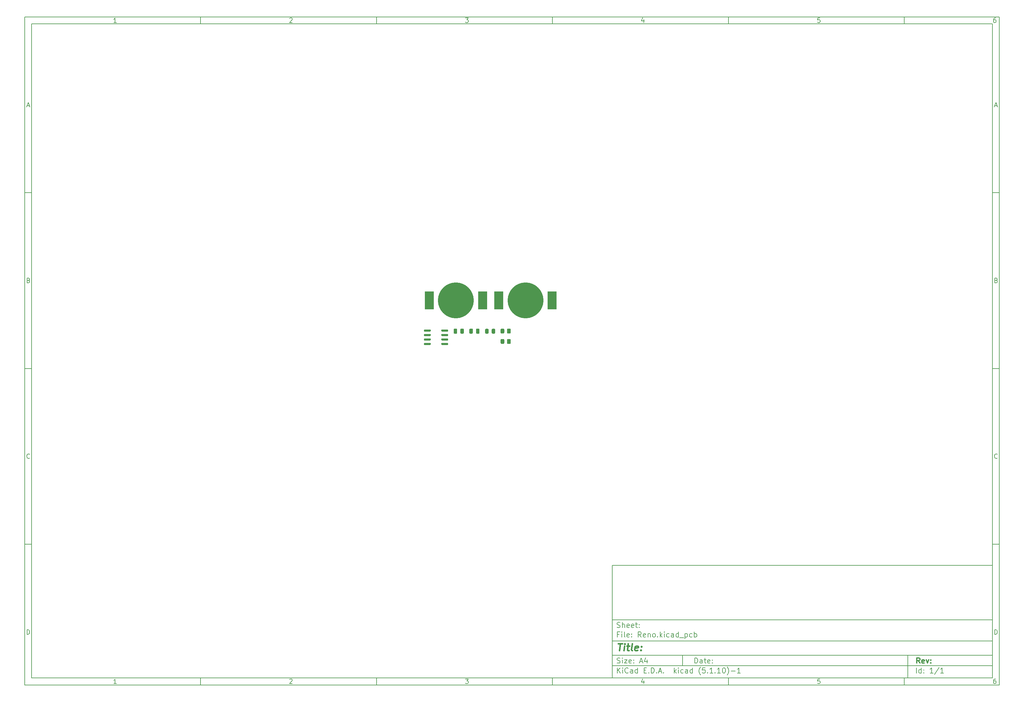
<source format=gbr>
%TF.GenerationSoftware,KiCad,Pcbnew,(5.1.10)-1*%
%TF.CreationDate,2021-09-25T22:05:34-07:00*%
%TF.ProjectId,Reno,52656e6f-2e6b-4696-9361-645f70636258,rev?*%
%TF.SameCoordinates,Original*%
%TF.FileFunction,Soldermask,Top*%
%TF.FilePolarity,Negative*%
%FSLAX46Y46*%
G04 Gerber Fmt 4.6, Leading zero omitted, Abs format (unit mm)*
G04 Created by KiCad (PCBNEW (5.1.10)-1) date 2021-09-25 22:05:34*
%MOMM*%
%LPD*%
G01*
G04 APERTURE LIST*
%ADD10C,0.100000*%
%ADD11C,0.150000*%
%ADD12C,0.300000*%
%ADD13C,0.400000*%
%ADD14C,10.200000*%
%ADD15R,2.500000X5.100000*%
G04 APERTURE END LIST*
D10*
D11*
X177002200Y-166007200D02*
X177002200Y-198007200D01*
X285002200Y-198007200D01*
X285002200Y-166007200D01*
X177002200Y-166007200D01*
D10*
D11*
X10000000Y-10000000D02*
X10000000Y-200007200D01*
X287002200Y-200007200D01*
X287002200Y-10000000D01*
X10000000Y-10000000D01*
D10*
D11*
X12000000Y-12000000D02*
X12000000Y-198007200D01*
X285002200Y-198007200D01*
X285002200Y-12000000D01*
X12000000Y-12000000D01*
D10*
D11*
X60000000Y-12000000D02*
X60000000Y-10000000D01*
D10*
D11*
X110000000Y-12000000D02*
X110000000Y-10000000D01*
D10*
D11*
X160000000Y-12000000D02*
X160000000Y-10000000D01*
D10*
D11*
X210000000Y-12000000D02*
X210000000Y-10000000D01*
D10*
D11*
X260000000Y-12000000D02*
X260000000Y-10000000D01*
D10*
D11*
X36065476Y-11588095D02*
X35322619Y-11588095D01*
X35694047Y-11588095D02*
X35694047Y-10288095D01*
X35570238Y-10473809D01*
X35446428Y-10597619D01*
X35322619Y-10659523D01*
D10*
D11*
X85322619Y-10411904D02*
X85384523Y-10350000D01*
X85508333Y-10288095D01*
X85817857Y-10288095D01*
X85941666Y-10350000D01*
X86003571Y-10411904D01*
X86065476Y-10535714D01*
X86065476Y-10659523D01*
X86003571Y-10845238D01*
X85260714Y-11588095D01*
X86065476Y-11588095D01*
D10*
D11*
X135260714Y-10288095D02*
X136065476Y-10288095D01*
X135632142Y-10783333D01*
X135817857Y-10783333D01*
X135941666Y-10845238D01*
X136003571Y-10907142D01*
X136065476Y-11030952D01*
X136065476Y-11340476D01*
X136003571Y-11464285D01*
X135941666Y-11526190D01*
X135817857Y-11588095D01*
X135446428Y-11588095D01*
X135322619Y-11526190D01*
X135260714Y-11464285D01*
D10*
D11*
X185941666Y-10721428D02*
X185941666Y-11588095D01*
X185632142Y-10226190D02*
X185322619Y-11154761D01*
X186127380Y-11154761D01*
D10*
D11*
X236003571Y-10288095D02*
X235384523Y-10288095D01*
X235322619Y-10907142D01*
X235384523Y-10845238D01*
X235508333Y-10783333D01*
X235817857Y-10783333D01*
X235941666Y-10845238D01*
X236003571Y-10907142D01*
X236065476Y-11030952D01*
X236065476Y-11340476D01*
X236003571Y-11464285D01*
X235941666Y-11526190D01*
X235817857Y-11588095D01*
X235508333Y-11588095D01*
X235384523Y-11526190D01*
X235322619Y-11464285D01*
D10*
D11*
X285941666Y-10288095D02*
X285694047Y-10288095D01*
X285570238Y-10350000D01*
X285508333Y-10411904D01*
X285384523Y-10597619D01*
X285322619Y-10845238D01*
X285322619Y-11340476D01*
X285384523Y-11464285D01*
X285446428Y-11526190D01*
X285570238Y-11588095D01*
X285817857Y-11588095D01*
X285941666Y-11526190D01*
X286003571Y-11464285D01*
X286065476Y-11340476D01*
X286065476Y-11030952D01*
X286003571Y-10907142D01*
X285941666Y-10845238D01*
X285817857Y-10783333D01*
X285570238Y-10783333D01*
X285446428Y-10845238D01*
X285384523Y-10907142D01*
X285322619Y-11030952D01*
D10*
D11*
X60000000Y-198007200D02*
X60000000Y-200007200D01*
D10*
D11*
X110000000Y-198007200D02*
X110000000Y-200007200D01*
D10*
D11*
X160000000Y-198007200D02*
X160000000Y-200007200D01*
D10*
D11*
X210000000Y-198007200D02*
X210000000Y-200007200D01*
D10*
D11*
X260000000Y-198007200D02*
X260000000Y-200007200D01*
D10*
D11*
X36065476Y-199595295D02*
X35322619Y-199595295D01*
X35694047Y-199595295D02*
X35694047Y-198295295D01*
X35570238Y-198481009D01*
X35446428Y-198604819D01*
X35322619Y-198666723D01*
D10*
D11*
X85322619Y-198419104D02*
X85384523Y-198357200D01*
X85508333Y-198295295D01*
X85817857Y-198295295D01*
X85941666Y-198357200D01*
X86003571Y-198419104D01*
X86065476Y-198542914D01*
X86065476Y-198666723D01*
X86003571Y-198852438D01*
X85260714Y-199595295D01*
X86065476Y-199595295D01*
D10*
D11*
X135260714Y-198295295D02*
X136065476Y-198295295D01*
X135632142Y-198790533D01*
X135817857Y-198790533D01*
X135941666Y-198852438D01*
X136003571Y-198914342D01*
X136065476Y-199038152D01*
X136065476Y-199347676D01*
X136003571Y-199471485D01*
X135941666Y-199533390D01*
X135817857Y-199595295D01*
X135446428Y-199595295D01*
X135322619Y-199533390D01*
X135260714Y-199471485D01*
D10*
D11*
X185941666Y-198728628D02*
X185941666Y-199595295D01*
X185632142Y-198233390D02*
X185322619Y-199161961D01*
X186127380Y-199161961D01*
D10*
D11*
X236003571Y-198295295D02*
X235384523Y-198295295D01*
X235322619Y-198914342D01*
X235384523Y-198852438D01*
X235508333Y-198790533D01*
X235817857Y-198790533D01*
X235941666Y-198852438D01*
X236003571Y-198914342D01*
X236065476Y-199038152D01*
X236065476Y-199347676D01*
X236003571Y-199471485D01*
X235941666Y-199533390D01*
X235817857Y-199595295D01*
X235508333Y-199595295D01*
X235384523Y-199533390D01*
X235322619Y-199471485D01*
D10*
D11*
X285941666Y-198295295D02*
X285694047Y-198295295D01*
X285570238Y-198357200D01*
X285508333Y-198419104D01*
X285384523Y-198604819D01*
X285322619Y-198852438D01*
X285322619Y-199347676D01*
X285384523Y-199471485D01*
X285446428Y-199533390D01*
X285570238Y-199595295D01*
X285817857Y-199595295D01*
X285941666Y-199533390D01*
X286003571Y-199471485D01*
X286065476Y-199347676D01*
X286065476Y-199038152D01*
X286003571Y-198914342D01*
X285941666Y-198852438D01*
X285817857Y-198790533D01*
X285570238Y-198790533D01*
X285446428Y-198852438D01*
X285384523Y-198914342D01*
X285322619Y-199038152D01*
D10*
D11*
X10000000Y-60000000D02*
X12000000Y-60000000D01*
D10*
D11*
X10000000Y-110000000D02*
X12000000Y-110000000D01*
D10*
D11*
X10000000Y-160000000D02*
X12000000Y-160000000D01*
D10*
D11*
X10690476Y-35216666D02*
X11309523Y-35216666D01*
X10566666Y-35588095D02*
X11000000Y-34288095D01*
X11433333Y-35588095D01*
D10*
D11*
X11092857Y-84907142D02*
X11278571Y-84969047D01*
X11340476Y-85030952D01*
X11402380Y-85154761D01*
X11402380Y-85340476D01*
X11340476Y-85464285D01*
X11278571Y-85526190D01*
X11154761Y-85588095D01*
X10659523Y-85588095D01*
X10659523Y-84288095D01*
X11092857Y-84288095D01*
X11216666Y-84350000D01*
X11278571Y-84411904D01*
X11340476Y-84535714D01*
X11340476Y-84659523D01*
X11278571Y-84783333D01*
X11216666Y-84845238D01*
X11092857Y-84907142D01*
X10659523Y-84907142D01*
D10*
D11*
X11402380Y-135464285D02*
X11340476Y-135526190D01*
X11154761Y-135588095D01*
X11030952Y-135588095D01*
X10845238Y-135526190D01*
X10721428Y-135402380D01*
X10659523Y-135278571D01*
X10597619Y-135030952D01*
X10597619Y-134845238D01*
X10659523Y-134597619D01*
X10721428Y-134473809D01*
X10845238Y-134350000D01*
X11030952Y-134288095D01*
X11154761Y-134288095D01*
X11340476Y-134350000D01*
X11402380Y-134411904D01*
D10*
D11*
X10659523Y-185588095D02*
X10659523Y-184288095D01*
X10969047Y-184288095D01*
X11154761Y-184350000D01*
X11278571Y-184473809D01*
X11340476Y-184597619D01*
X11402380Y-184845238D01*
X11402380Y-185030952D01*
X11340476Y-185278571D01*
X11278571Y-185402380D01*
X11154761Y-185526190D01*
X10969047Y-185588095D01*
X10659523Y-185588095D01*
D10*
D11*
X287002200Y-60000000D02*
X285002200Y-60000000D01*
D10*
D11*
X287002200Y-110000000D02*
X285002200Y-110000000D01*
D10*
D11*
X287002200Y-160000000D02*
X285002200Y-160000000D01*
D10*
D11*
X285692676Y-35216666D02*
X286311723Y-35216666D01*
X285568866Y-35588095D02*
X286002200Y-34288095D01*
X286435533Y-35588095D01*
D10*
D11*
X286095057Y-84907142D02*
X286280771Y-84969047D01*
X286342676Y-85030952D01*
X286404580Y-85154761D01*
X286404580Y-85340476D01*
X286342676Y-85464285D01*
X286280771Y-85526190D01*
X286156961Y-85588095D01*
X285661723Y-85588095D01*
X285661723Y-84288095D01*
X286095057Y-84288095D01*
X286218866Y-84350000D01*
X286280771Y-84411904D01*
X286342676Y-84535714D01*
X286342676Y-84659523D01*
X286280771Y-84783333D01*
X286218866Y-84845238D01*
X286095057Y-84907142D01*
X285661723Y-84907142D01*
D10*
D11*
X286404580Y-135464285D02*
X286342676Y-135526190D01*
X286156961Y-135588095D01*
X286033152Y-135588095D01*
X285847438Y-135526190D01*
X285723628Y-135402380D01*
X285661723Y-135278571D01*
X285599819Y-135030952D01*
X285599819Y-134845238D01*
X285661723Y-134597619D01*
X285723628Y-134473809D01*
X285847438Y-134350000D01*
X286033152Y-134288095D01*
X286156961Y-134288095D01*
X286342676Y-134350000D01*
X286404580Y-134411904D01*
D10*
D11*
X285661723Y-185588095D02*
X285661723Y-184288095D01*
X285971247Y-184288095D01*
X286156961Y-184350000D01*
X286280771Y-184473809D01*
X286342676Y-184597619D01*
X286404580Y-184845238D01*
X286404580Y-185030952D01*
X286342676Y-185278571D01*
X286280771Y-185402380D01*
X286156961Y-185526190D01*
X285971247Y-185588095D01*
X285661723Y-185588095D01*
D10*
D11*
X200434342Y-193785771D02*
X200434342Y-192285771D01*
X200791485Y-192285771D01*
X201005771Y-192357200D01*
X201148628Y-192500057D01*
X201220057Y-192642914D01*
X201291485Y-192928628D01*
X201291485Y-193142914D01*
X201220057Y-193428628D01*
X201148628Y-193571485D01*
X201005771Y-193714342D01*
X200791485Y-193785771D01*
X200434342Y-193785771D01*
X202577200Y-193785771D02*
X202577200Y-193000057D01*
X202505771Y-192857200D01*
X202362914Y-192785771D01*
X202077200Y-192785771D01*
X201934342Y-192857200D01*
X202577200Y-193714342D02*
X202434342Y-193785771D01*
X202077200Y-193785771D01*
X201934342Y-193714342D01*
X201862914Y-193571485D01*
X201862914Y-193428628D01*
X201934342Y-193285771D01*
X202077200Y-193214342D01*
X202434342Y-193214342D01*
X202577200Y-193142914D01*
X203077200Y-192785771D02*
X203648628Y-192785771D01*
X203291485Y-192285771D02*
X203291485Y-193571485D01*
X203362914Y-193714342D01*
X203505771Y-193785771D01*
X203648628Y-193785771D01*
X204720057Y-193714342D02*
X204577200Y-193785771D01*
X204291485Y-193785771D01*
X204148628Y-193714342D01*
X204077200Y-193571485D01*
X204077200Y-193000057D01*
X204148628Y-192857200D01*
X204291485Y-192785771D01*
X204577200Y-192785771D01*
X204720057Y-192857200D01*
X204791485Y-193000057D01*
X204791485Y-193142914D01*
X204077200Y-193285771D01*
X205434342Y-193642914D02*
X205505771Y-193714342D01*
X205434342Y-193785771D01*
X205362914Y-193714342D01*
X205434342Y-193642914D01*
X205434342Y-193785771D01*
X205434342Y-192857200D02*
X205505771Y-192928628D01*
X205434342Y-193000057D01*
X205362914Y-192928628D01*
X205434342Y-192857200D01*
X205434342Y-193000057D01*
D10*
D11*
X177002200Y-194507200D02*
X285002200Y-194507200D01*
D10*
D11*
X178434342Y-196585771D02*
X178434342Y-195085771D01*
X179291485Y-196585771D02*
X178648628Y-195728628D01*
X179291485Y-195085771D02*
X178434342Y-195942914D01*
X179934342Y-196585771D02*
X179934342Y-195585771D01*
X179934342Y-195085771D02*
X179862914Y-195157200D01*
X179934342Y-195228628D01*
X180005771Y-195157200D01*
X179934342Y-195085771D01*
X179934342Y-195228628D01*
X181505771Y-196442914D02*
X181434342Y-196514342D01*
X181220057Y-196585771D01*
X181077200Y-196585771D01*
X180862914Y-196514342D01*
X180720057Y-196371485D01*
X180648628Y-196228628D01*
X180577200Y-195942914D01*
X180577200Y-195728628D01*
X180648628Y-195442914D01*
X180720057Y-195300057D01*
X180862914Y-195157200D01*
X181077200Y-195085771D01*
X181220057Y-195085771D01*
X181434342Y-195157200D01*
X181505771Y-195228628D01*
X182791485Y-196585771D02*
X182791485Y-195800057D01*
X182720057Y-195657200D01*
X182577200Y-195585771D01*
X182291485Y-195585771D01*
X182148628Y-195657200D01*
X182791485Y-196514342D02*
X182648628Y-196585771D01*
X182291485Y-196585771D01*
X182148628Y-196514342D01*
X182077200Y-196371485D01*
X182077200Y-196228628D01*
X182148628Y-196085771D01*
X182291485Y-196014342D01*
X182648628Y-196014342D01*
X182791485Y-195942914D01*
X184148628Y-196585771D02*
X184148628Y-195085771D01*
X184148628Y-196514342D02*
X184005771Y-196585771D01*
X183720057Y-196585771D01*
X183577200Y-196514342D01*
X183505771Y-196442914D01*
X183434342Y-196300057D01*
X183434342Y-195871485D01*
X183505771Y-195728628D01*
X183577200Y-195657200D01*
X183720057Y-195585771D01*
X184005771Y-195585771D01*
X184148628Y-195657200D01*
X186005771Y-195800057D02*
X186505771Y-195800057D01*
X186720057Y-196585771D02*
X186005771Y-196585771D01*
X186005771Y-195085771D01*
X186720057Y-195085771D01*
X187362914Y-196442914D02*
X187434342Y-196514342D01*
X187362914Y-196585771D01*
X187291485Y-196514342D01*
X187362914Y-196442914D01*
X187362914Y-196585771D01*
X188077200Y-196585771D02*
X188077200Y-195085771D01*
X188434342Y-195085771D01*
X188648628Y-195157200D01*
X188791485Y-195300057D01*
X188862914Y-195442914D01*
X188934342Y-195728628D01*
X188934342Y-195942914D01*
X188862914Y-196228628D01*
X188791485Y-196371485D01*
X188648628Y-196514342D01*
X188434342Y-196585771D01*
X188077200Y-196585771D01*
X189577200Y-196442914D02*
X189648628Y-196514342D01*
X189577200Y-196585771D01*
X189505771Y-196514342D01*
X189577200Y-196442914D01*
X189577200Y-196585771D01*
X190220057Y-196157200D02*
X190934342Y-196157200D01*
X190077200Y-196585771D02*
X190577200Y-195085771D01*
X191077200Y-196585771D01*
X191577200Y-196442914D02*
X191648628Y-196514342D01*
X191577200Y-196585771D01*
X191505771Y-196514342D01*
X191577200Y-196442914D01*
X191577200Y-196585771D01*
X194577200Y-196585771D02*
X194577200Y-195085771D01*
X194720057Y-196014342D02*
X195148628Y-196585771D01*
X195148628Y-195585771D02*
X194577200Y-196157200D01*
X195791485Y-196585771D02*
X195791485Y-195585771D01*
X195791485Y-195085771D02*
X195720057Y-195157200D01*
X195791485Y-195228628D01*
X195862914Y-195157200D01*
X195791485Y-195085771D01*
X195791485Y-195228628D01*
X197148628Y-196514342D02*
X197005771Y-196585771D01*
X196720057Y-196585771D01*
X196577200Y-196514342D01*
X196505771Y-196442914D01*
X196434342Y-196300057D01*
X196434342Y-195871485D01*
X196505771Y-195728628D01*
X196577200Y-195657200D01*
X196720057Y-195585771D01*
X197005771Y-195585771D01*
X197148628Y-195657200D01*
X198434342Y-196585771D02*
X198434342Y-195800057D01*
X198362914Y-195657200D01*
X198220057Y-195585771D01*
X197934342Y-195585771D01*
X197791485Y-195657200D01*
X198434342Y-196514342D02*
X198291485Y-196585771D01*
X197934342Y-196585771D01*
X197791485Y-196514342D01*
X197720057Y-196371485D01*
X197720057Y-196228628D01*
X197791485Y-196085771D01*
X197934342Y-196014342D01*
X198291485Y-196014342D01*
X198434342Y-195942914D01*
X199791485Y-196585771D02*
X199791485Y-195085771D01*
X199791485Y-196514342D02*
X199648628Y-196585771D01*
X199362914Y-196585771D01*
X199220057Y-196514342D01*
X199148628Y-196442914D01*
X199077200Y-196300057D01*
X199077200Y-195871485D01*
X199148628Y-195728628D01*
X199220057Y-195657200D01*
X199362914Y-195585771D01*
X199648628Y-195585771D01*
X199791485Y-195657200D01*
X202077200Y-197157200D02*
X202005771Y-197085771D01*
X201862914Y-196871485D01*
X201791485Y-196728628D01*
X201720057Y-196514342D01*
X201648628Y-196157200D01*
X201648628Y-195871485D01*
X201720057Y-195514342D01*
X201791485Y-195300057D01*
X201862914Y-195157200D01*
X202005771Y-194942914D01*
X202077200Y-194871485D01*
X203362914Y-195085771D02*
X202648628Y-195085771D01*
X202577200Y-195800057D01*
X202648628Y-195728628D01*
X202791485Y-195657200D01*
X203148628Y-195657200D01*
X203291485Y-195728628D01*
X203362914Y-195800057D01*
X203434342Y-195942914D01*
X203434342Y-196300057D01*
X203362914Y-196442914D01*
X203291485Y-196514342D01*
X203148628Y-196585771D01*
X202791485Y-196585771D01*
X202648628Y-196514342D01*
X202577200Y-196442914D01*
X204077200Y-196442914D02*
X204148628Y-196514342D01*
X204077200Y-196585771D01*
X204005771Y-196514342D01*
X204077200Y-196442914D01*
X204077200Y-196585771D01*
X205577200Y-196585771D02*
X204720057Y-196585771D01*
X205148628Y-196585771D02*
X205148628Y-195085771D01*
X205005771Y-195300057D01*
X204862914Y-195442914D01*
X204720057Y-195514342D01*
X206220057Y-196442914D02*
X206291485Y-196514342D01*
X206220057Y-196585771D01*
X206148628Y-196514342D01*
X206220057Y-196442914D01*
X206220057Y-196585771D01*
X207720057Y-196585771D02*
X206862914Y-196585771D01*
X207291485Y-196585771D02*
X207291485Y-195085771D01*
X207148628Y-195300057D01*
X207005771Y-195442914D01*
X206862914Y-195514342D01*
X208648628Y-195085771D02*
X208791485Y-195085771D01*
X208934342Y-195157200D01*
X209005771Y-195228628D01*
X209077200Y-195371485D01*
X209148628Y-195657200D01*
X209148628Y-196014342D01*
X209077200Y-196300057D01*
X209005771Y-196442914D01*
X208934342Y-196514342D01*
X208791485Y-196585771D01*
X208648628Y-196585771D01*
X208505771Y-196514342D01*
X208434342Y-196442914D01*
X208362914Y-196300057D01*
X208291485Y-196014342D01*
X208291485Y-195657200D01*
X208362914Y-195371485D01*
X208434342Y-195228628D01*
X208505771Y-195157200D01*
X208648628Y-195085771D01*
X209648628Y-197157200D02*
X209720057Y-197085771D01*
X209862914Y-196871485D01*
X209934342Y-196728628D01*
X210005771Y-196514342D01*
X210077200Y-196157200D01*
X210077200Y-195871485D01*
X210005771Y-195514342D01*
X209934342Y-195300057D01*
X209862914Y-195157200D01*
X209720057Y-194942914D01*
X209648628Y-194871485D01*
X210791485Y-196014342D02*
X211934342Y-196014342D01*
X213434342Y-196585771D02*
X212577200Y-196585771D01*
X213005771Y-196585771D02*
X213005771Y-195085771D01*
X212862914Y-195300057D01*
X212720057Y-195442914D01*
X212577200Y-195514342D01*
D10*
D11*
X177002200Y-191507200D02*
X285002200Y-191507200D01*
D10*
D12*
X264411485Y-193785771D02*
X263911485Y-193071485D01*
X263554342Y-193785771D02*
X263554342Y-192285771D01*
X264125771Y-192285771D01*
X264268628Y-192357200D01*
X264340057Y-192428628D01*
X264411485Y-192571485D01*
X264411485Y-192785771D01*
X264340057Y-192928628D01*
X264268628Y-193000057D01*
X264125771Y-193071485D01*
X263554342Y-193071485D01*
X265625771Y-193714342D02*
X265482914Y-193785771D01*
X265197200Y-193785771D01*
X265054342Y-193714342D01*
X264982914Y-193571485D01*
X264982914Y-193000057D01*
X265054342Y-192857200D01*
X265197200Y-192785771D01*
X265482914Y-192785771D01*
X265625771Y-192857200D01*
X265697200Y-193000057D01*
X265697200Y-193142914D01*
X264982914Y-193285771D01*
X266197200Y-192785771D02*
X266554342Y-193785771D01*
X266911485Y-192785771D01*
X267482914Y-193642914D02*
X267554342Y-193714342D01*
X267482914Y-193785771D01*
X267411485Y-193714342D01*
X267482914Y-193642914D01*
X267482914Y-193785771D01*
X267482914Y-192857200D02*
X267554342Y-192928628D01*
X267482914Y-193000057D01*
X267411485Y-192928628D01*
X267482914Y-192857200D01*
X267482914Y-193000057D01*
D10*
D11*
X178362914Y-193714342D02*
X178577200Y-193785771D01*
X178934342Y-193785771D01*
X179077200Y-193714342D01*
X179148628Y-193642914D01*
X179220057Y-193500057D01*
X179220057Y-193357200D01*
X179148628Y-193214342D01*
X179077200Y-193142914D01*
X178934342Y-193071485D01*
X178648628Y-193000057D01*
X178505771Y-192928628D01*
X178434342Y-192857200D01*
X178362914Y-192714342D01*
X178362914Y-192571485D01*
X178434342Y-192428628D01*
X178505771Y-192357200D01*
X178648628Y-192285771D01*
X179005771Y-192285771D01*
X179220057Y-192357200D01*
X179862914Y-193785771D02*
X179862914Y-192785771D01*
X179862914Y-192285771D02*
X179791485Y-192357200D01*
X179862914Y-192428628D01*
X179934342Y-192357200D01*
X179862914Y-192285771D01*
X179862914Y-192428628D01*
X180434342Y-192785771D02*
X181220057Y-192785771D01*
X180434342Y-193785771D01*
X181220057Y-193785771D01*
X182362914Y-193714342D02*
X182220057Y-193785771D01*
X181934342Y-193785771D01*
X181791485Y-193714342D01*
X181720057Y-193571485D01*
X181720057Y-193000057D01*
X181791485Y-192857200D01*
X181934342Y-192785771D01*
X182220057Y-192785771D01*
X182362914Y-192857200D01*
X182434342Y-193000057D01*
X182434342Y-193142914D01*
X181720057Y-193285771D01*
X183077200Y-193642914D02*
X183148628Y-193714342D01*
X183077200Y-193785771D01*
X183005771Y-193714342D01*
X183077200Y-193642914D01*
X183077200Y-193785771D01*
X183077200Y-192857200D02*
X183148628Y-192928628D01*
X183077200Y-193000057D01*
X183005771Y-192928628D01*
X183077200Y-192857200D01*
X183077200Y-193000057D01*
X184862914Y-193357200D02*
X185577200Y-193357200D01*
X184720057Y-193785771D02*
X185220057Y-192285771D01*
X185720057Y-193785771D01*
X186862914Y-192785771D02*
X186862914Y-193785771D01*
X186505771Y-192214342D02*
X186148628Y-193285771D01*
X187077200Y-193285771D01*
D10*
D11*
X263434342Y-196585771D02*
X263434342Y-195085771D01*
X264791485Y-196585771D02*
X264791485Y-195085771D01*
X264791485Y-196514342D02*
X264648628Y-196585771D01*
X264362914Y-196585771D01*
X264220057Y-196514342D01*
X264148628Y-196442914D01*
X264077200Y-196300057D01*
X264077200Y-195871485D01*
X264148628Y-195728628D01*
X264220057Y-195657200D01*
X264362914Y-195585771D01*
X264648628Y-195585771D01*
X264791485Y-195657200D01*
X265505771Y-196442914D02*
X265577200Y-196514342D01*
X265505771Y-196585771D01*
X265434342Y-196514342D01*
X265505771Y-196442914D01*
X265505771Y-196585771D01*
X265505771Y-195657200D02*
X265577200Y-195728628D01*
X265505771Y-195800057D01*
X265434342Y-195728628D01*
X265505771Y-195657200D01*
X265505771Y-195800057D01*
X268148628Y-196585771D02*
X267291485Y-196585771D01*
X267720057Y-196585771D02*
X267720057Y-195085771D01*
X267577200Y-195300057D01*
X267434342Y-195442914D01*
X267291485Y-195514342D01*
X269862914Y-195014342D02*
X268577200Y-196942914D01*
X271148628Y-196585771D02*
X270291485Y-196585771D01*
X270720057Y-196585771D02*
X270720057Y-195085771D01*
X270577200Y-195300057D01*
X270434342Y-195442914D01*
X270291485Y-195514342D01*
D10*
D11*
X177002200Y-187507200D02*
X285002200Y-187507200D01*
D10*
D13*
X178714580Y-188211961D02*
X179857438Y-188211961D01*
X179036009Y-190211961D02*
X179286009Y-188211961D01*
X180274104Y-190211961D02*
X180440771Y-188878628D01*
X180524104Y-188211961D02*
X180416961Y-188307200D01*
X180500295Y-188402438D01*
X180607438Y-188307200D01*
X180524104Y-188211961D01*
X180500295Y-188402438D01*
X181107438Y-188878628D02*
X181869342Y-188878628D01*
X181476485Y-188211961D02*
X181262200Y-189926247D01*
X181333628Y-190116723D01*
X181512200Y-190211961D01*
X181702676Y-190211961D01*
X182655057Y-190211961D02*
X182476485Y-190116723D01*
X182405057Y-189926247D01*
X182619342Y-188211961D01*
X184190771Y-190116723D02*
X183988390Y-190211961D01*
X183607438Y-190211961D01*
X183428866Y-190116723D01*
X183357438Y-189926247D01*
X183452676Y-189164342D01*
X183571723Y-188973866D01*
X183774104Y-188878628D01*
X184155057Y-188878628D01*
X184333628Y-188973866D01*
X184405057Y-189164342D01*
X184381247Y-189354819D01*
X183405057Y-189545295D01*
X185155057Y-190021485D02*
X185238390Y-190116723D01*
X185131247Y-190211961D01*
X185047914Y-190116723D01*
X185155057Y-190021485D01*
X185131247Y-190211961D01*
X185286009Y-188973866D02*
X185369342Y-189069104D01*
X185262200Y-189164342D01*
X185178866Y-189069104D01*
X185286009Y-188973866D01*
X185262200Y-189164342D01*
D10*
D11*
X178934342Y-185600057D02*
X178434342Y-185600057D01*
X178434342Y-186385771D02*
X178434342Y-184885771D01*
X179148628Y-184885771D01*
X179720057Y-186385771D02*
X179720057Y-185385771D01*
X179720057Y-184885771D02*
X179648628Y-184957200D01*
X179720057Y-185028628D01*
X179791485Y-184957200D01*
X179720057Y-184885771D01*
X179720057Y-185028628D01*
X180648628Y-186385771D02*
X180505771Y-186314342D01*
X180434342Y-186171485D01*
X180434342Y-184885771D01*
X181791485Y-186314342D02*
X181648628Y-186385771D01*
X181362914Y-186385771D01*
X181220057Y-186314342D01*
X181148628Y-186171485D01*
X181148628Y-185600057D01*
X181220057Y-185457200D01*
X181362914Y-185385771D01*
X181648628Y-185385771D01*
X181791485Y-185457200D01*
X181862914Y-185600057D01*
X181862914Y-185742914D01*
X181148628Y-185885771D01*
X182505771Y-186242914D02*
X182577200Y-186314342D01*
X182505771Y-186385771D01*
X182434342Y-186314342D01*
X182505771Y-186242914D01*
X182505771Y-186385771D01*
X182505771Y-185457200D02*
X182577200Y-185528628D01*
X182505771Y-185600057D01*
X182434342Y-185528628D01*
X182505771Y-185457200D01*
X182505771Y-185600057D01*
X185220057Y-186385771D02*
X184720057Y-185671485D01*
X184362914Y-186385771D02*
X184362914Y-184885771D01*
X184934342Y-184885771D01*
X185077200Y-184957200D01*
X185148628Y-185028628D01*
X185220057Y-185171485D01*
X185220057Y-185385771D01*
X185148628Y-185528628D01*
X185077200Y-185600057D01*
X184934342Y-185671485D01*
X184362914Y-185671485D01*
X186434342Y-186314342D02*
X186291485Y-186385771D01*
X186005771Y-186385771D01*
X185862914Y-186314342D01*
X185791485Y-186171485D01*
X185791485Y-185600057D01*
X185862914Y-185457200D01*
X186005771Y-185385771D01*
X186291485Y-185385771D01*
X186434342Y-185457200D01*
X186505771Y-185600057D01*
X186505771Y-185742914D01*
X185791485Y-185885771D01*
X187148628Y-185385771D02*
X187148628Y-186385771D01*
X187148628Y-185528628D02*
X187220057Y-185457200D01*
X187362914Y-185385771D01*
X187577200Y-185385771D01*
X187720057Y-185457200D01*
X187791485Y-185600057D01*
X187791485Y-186385771D01*
X188720057Y-186385771D02*
X188577200Y-186314342D01*
X188505771Y-186242914D01*
X188434342Y-186100057D01*
X188434342Y-185671485D01*
X188505771Y-185528628D01*
X188577200Y-185457200D01*
X188720057Y-185385771D01*
X188934342Y-185385771D01*
X189077200Y-185457200D01*
X189148628Y-185528628D01*
X189220057Y-185671485D01*
X189220057Y-186100057D01*
X189148628Y-186242914D01*
X189077200Y-186314342D01*
X188934342Y-186385771D01*
X188720057Y-186385771D01*
X189862914Y-186242914D02*
X189934342Y-186314342D01*
X189862914Y-186385771D01*
X189791485Y-186314342D01*
X189862914Y-186242914D01*
X189862914Y-186385771D01*
X190577200Y-186385771D02*
X190577200Y-184885771D01*
X190720057Y-185814342D02*
X191148628Y-186385771D01*
X191148628Y-185385771D02*
X190577200Y-185957200D01*
X191791485Y-186385771D02*
X191791485Y-185385771D01*
X191791485Y-184885771D02*
X191720057Y-184957200D01*
X191791485Y-185028628D01*
X191862914Y-184957200D01*
X191791485Y-184885771D01*
X191791485Y-185028628D01*
X193148628Y-186314342D02*
X193005771Y-186385771D01*
X192720057Y-186385771D01*
X192577200Y-186314342D01*
X192505771Y-186242914D01*
X192434342Y-186100057D01*
X192434342Y-185671485D01*
X192505771Y-185528628D01*
X192577200Y-185457200D01*
X192720057Y-185385771D01*
X193005771Y-185385771D01*
X193148628Y-185457200D01*
X194434342Y-186385771D02*
X194434342Y-185600057D01*
X194362914Y-185457200D01*
X194220057Y-185385771D01*
X193934342Y-185385771D01*
X193791485Y-185457200D01*
X194434342Y-186314342D02*
X194291485Y-186385771D01*
X193934342Y-186385771D01*
X193791485Y-186314342D01*
X193720057Y-186171485D01*
X193720057Y-186028628D01*
X193791485Y-185885771D01*
X193934342Y-185814342D01*
X194291485Y-185814342D01*
X194434342Y-185742914D01*
X195791485Y-186385771D02*
X195791485Y-184885771D01*
X195791485Y-186314342D02*
X195648628Y-186385771D01*
X195362914Y-186385771D01*
X195220057Y-186314342D01*
X195148628Y-186242914D01*
X195077200Y-186100057D01*
X195077200Y-185671485D01*
X195148628Y-185528628D01*
X195220057Y-185457200D01*
X195362914Y-185385771D01*
X195648628Y-185385771D01*
X195791485Y-185457200D01*
X196148628Y-186528628D02*
X197291485Y-186528628D01*
X197648628Y-185385771D02*
X197648628Y-186885771D01*
X197648628Y-185457200D02*
X197791485Y-185385771D01*
X198077200Y-185385771D01*
X198220057Y-185457200D01*
X198291485Y-185528628D01*
X198362914Y-185671485D01*
X198362914Y-186100057D01*
X198291485Y-186242914D01*
X198220057Y-186314342D01*
X198077200Y-186385771D01*
X197791485Y-186385771D01*
X197648628Y-186314342D01*
X199648628Y-186314342D02*
X199505771Y-186385771D01*
X199220057Y-186385771D01*
X199077200Y-186314342D01*
X199005771Y-186242914D01*
X198934342Y-186100057D01*
X198934342Y-185671485D01*
X199005771Y-185528628D01*
X199077200Y-185457200D01*
X199220057Y-185385771D01*
X199505771Y-185385771D01*
X199648628Y-185457200D01*
X200291485Y-186385771D02*
X200291485Y-184885771D01*
X200291485Y-185457200D02*
X200434342Y-185385771D01*
X200720057Y-185385771D01*
X200862914Y-185457200D01*
X200934342Y-185528628D01*
X201005771Y-185671485D01*
X201005771Y-186100057D01*
X200934342Y-186242914D01*
X200862914Y-186314342D01*
X200720057Y-186385771D01*
X200434342Y-186385771D01*
X200291485Y-186314342D01*
D10*
D11*
X177002200Y-181507200D02*
X285002200Y-181507200D01*
D10*
D11*
X178362914Y-183614342D02*
X178577200Y-183685771D01*
X178934342Y-183685771D01*
X179077200Y-183614342D01*
X179148628Y-183542914D01*
X179220057Y-183400057D01*
X179220057Y-183257200D01*
X179148628Y-183114342D01*
X179077200Y-183042914D01*
X178934342Y-182971485D01*
X178648628Y-182900057D01*
X178505771Y-182828628D01*
X178434342Y-182757200D01*
X178362914Y-182614342D01*
X178362914Y-182471485D01*
X178434342Y-182328628D01*
X178505771Y-182257200D01*
X178648628Y-182185771D01*
X179005771Y-182185771D01*
X179220057Y-182257200D01*
X179862914Y-183685771D02*
X179862914Y-182185771D01*
X180505771Y-183685771D02*
X180505771Y-182900057D01*
X180434342Y-182757200D01*
X180291485Y-182685771D01*
X180077200Y-182685771D01*
X179934342Y-182757200D01*
X179862914Y-182828628D01*
X181791485Y-183614342D02*
X181648628Y-183685771D01*
X181362914Y-183685771D01*
X181220057Y-183614342D01*
X181148628Y-183471485D01*
X181148628Y-182900057D01*
X181220057Y-182757200D01*
X181362914Y-182685771D01*
X181648628Y-182685771D01*
X181791485Y-182757200D01*
X181862914Y-182900057D01*
X181862914Y-183042914D01*
X181148628Y-183185771D01*
X183077200Y-183614342D02*
X182934342Y-183685771D01*
X182648628Y-183685771D01*
X182505771Y-183614342D01*
X182434342Y-183471485D01*
X182434342Y-182900057D01*
X182505771Y-182757200D01*
X182648628Y-182685771D01*
X182934342Y-182685771D01*
X183077200Y-182757200D01*
X183148628Y-182900057D01*
X183148628Y-183042914D01*
X182434342Y-183185771D01*
X183577200Y-182685771D02*
X184148628Y-182685771D01*
X183791485Y-182185771D02*
X183791485Y-183471485D01*
X183862914Y-183614342D01*
X184005771Y-183685771D01*
X184148628Y-183685771D01*
X184648628Y-183542914D02*
X184720057Y-183614342D01*
X184648628Y-183685771D01*
X184577200Y-183614342D01*
X184648628Y-183542914D01*
X184648628Y-183685771D01*
X184648628Y-182757200D02*
X184720057Y-182828628D01*
X184648628Y-182900057D01*
X184577200Y-182828628D01*
X184648628Y-182757200D01*
X184648628Y-182900057D01*
D10*
D11*
X197002200Y-191507200D02*
X197002200Y-194507200D01*
D10*
D11*
X261002200Y-191507200D02*
X261002200Y-198007200D01*
D14*
%TO.C,BT1*%
X132565001Y-90595001D03*
D15*
X140165001Y-90595001D03*
X124965001Y-90595001D03*
%TD*%
%TO.C,BT2*%
X144715001Y-90595001D03*
X159915001Y-90595001D03*
D14*
X152315001Y-90595001D03*
%TD*%
%TO.C,C1*%
G36*
G01*
X133815001Y-99850001D02*
X133815001Y-98900001D01*
G75*
G02*
X134065001Y-98650001I250000J0D01*
G01*
X134565001Y-98650001D01*
G75*
G02*
X134815001Y-98900001I0J-250000D01*
G01*
X134815001Y-99850001D01*
G75*
G02*
X134565001Y-100100001I-250000J0D01*
G01*
X134065001Y-100100001D01*
G75*
G02*
X133815001Y-99850001I0J250000D01*
G01*
G37*
G36*
G01*
X131915001Y-99850001D02*
X131915001Y-98900001D01*
G75*
G02*
X132165001Y-98650001I250000J0D01*
G01*
X132665001Y-98650001D01*
G75*
G02*
X132915001Y-98900001I0J-250000D01*
G01*
X132915001Y-99850001D01*
G75*
G02*
X132665001Y-100100001I-250000J0D01*
G01*
X132165001Y-100100001D01*
G75*
G02*
X131915001Y-99850001I0J250000D01*
G01*
G37*
%TD*%
%TO.C,C2*%
G36*
G01*
X136365001Y-99850001D02*
X136365001Y-98900001D01*
G75*
G02*
X136615001Y-98650001I250000J0D01*
G01*
X137115001Y-98650001D01*
G75*
G02*
X137365001Y-98900001I0J-250000D01*
G01*
X137365001Y-99850001D01*
G75*
G02*
X137115001Y-100100001I-250000J0D01*
G01*
X136615001Y-100100001D01*
G75*
G02*
X136365001Y-99850001I0J250000D01*
G01*
G37*
G36*
G01*
X138265001Y-99850001D02*
X138265001Y-98900001D01*
G75*
G02*
X138515001Y-98650001I250000J0D01*
G01*
X139015001Y-98650001D01*
G75*
G02*
X139265001Y-98900001I0J-250000D01*
G01*
X139265001Y-99850001D01*
G75*
G02*
X139015001Y-100100001I-250000J0D01*
G01*
X138515001Y-100100001D01*
G75*
G02*
X138265001Y-99850001I0J250000D01*
G01*
G37*
%TD*%
%TO.C,D1*%
G36*
G01*
X140860001Y-99846251D02*
X140860001Y-98933751D01*
G75*
G02*
X141103751Y-98690001I243750J0D01*
G01*
X141591251Y-98690001D01*
G75*
G02*
X141835001Y-98933751I0J-243750D01*
G01*
X141835001Y-99846251D01*
G75*
G02*
X141591251Y-100090001I-243750J0D01*
G01*
X141103751Y-100090001D01*
G75*
G02*
X140860001Y-99846251I0J243750D01*
G01*
G37*
G36*
G01*
X142735001Y-99846251D02*
X142735001Y-98933751D01*
G75*
G02*
X142978751Y-98690001I243750J0D01*
G01*
X143466251Y-98690001D01*
G75*
G02*
X143710001Y-98933751I0J-243750D01*
G01*
X143710001Y-99846251D01*
G75*
G02*
X143466251Y-100090001I-243750J0D01*
G01*
X142978751Y-100090001D01*
G75*
G02*
X142735001Y-99846251I0J243750D01*
G01*
G37*
%TD*%
%TO.C,R1*%
G36*
G01*
X147095001Y-99795002D02*
X147095001Y-98895000D01*
G75*
G02*
X147345000Y-98645001I249999J0D01*
G01*
X147870002Y-98645001D01*
G75*
G02*
X148120001Y-98895000I0J-249999D01*
G01*
X148120001Y-99795002D01*
G75*
G02*
X147870002Y-100045001I-249999J0D01*
G01*
X147345000Y-100045001D01*
G75*
G02*
X147095001Y-99795002I0J249999D01*
G01*
G37*
G36*
G01*
X145270001Y-99795002D02*
X145270001Y-98895000D01*
G75*
G02*
X145520000Y-98645001I249999J0D01*
G01*
X146045002Y-98645001D01*
G75*
G02*
X146295001Y-98895000I0J-249999D01*
G01*
X146295001Y-99795002D01*
G75*
G02*
X146045002Y-100045001I-249999J0D01*
G01*
X145520000Y-100045001D01*
G75*
G02*
X145270001Y-99795002I0J249999D01*
G01*
G37*
%TD*%
%TO.C,R2*%
G36*
G01*
X145270001Y-102745002D02*
X145270001Y-101845000D01*
G75*
G02*
X145520000Y-101595001I249999J0D01*
G01*
X146045002Y-101595001D01*
G75*
G02*
X146295001Y-101845000I0J-249999D01*
G01*
X146295001Y-102745002D01*
G75*
G02*
X146045002Y-102995001I-249999J0D01*
G01*
X145520000Y-102995001D01*
G75*
G02*
X145270001Y-102745002I0J249999D01*
G01*
G37*
G36*
G01*
X147095001Y-102745002D02*
X147095001Y-101845000D01*
G75*
G02*
X147345000Y-101595001I249999J0D01*
G01*
X147870002Y-101595001D01*
G75*
G02*
X148120001Y-101845000I0J-249999D01*
G01*
X148120001Y-102745002D01*
G75*
G02*
X147870002Y-102995001I-249999J0D01*
G01*
X147345000Y-102995001D01*
G75*
G02*
X147095001Y-102745002I0J249999D01*
G01*
G37*
%TD*%
%TO.C,U1*%
G36*
G01*
X123465001Y-99340001D02*
X123465001Y-99040001D01*
G75*
G02*
X123615001Y-98890001I150000J0D01*
G01*
X125265001Y-98890001D01*
G75*
G02*
X125415001Y-99040001I0J-150000D01*
G01*
X125415001Y-99340001D01*
G75*
G02*
X125265001Y-99490001I-150000J0D01*
G01*
X123615001Y-99490001D01*
G75*
G02*
X123465001Y-99340001I0J150000D01*
G01*
G37*
G36*
G01*
X123465001Y-100610001D02*
X123465001Y-100310001D01*
G75*
G02*
X123615001Y-100160001I150000J0D01*
G01*
X125265001Y-100160001D01*
G75*
G02*
X125415001Y-100310001I0J-150000D01*
G01*
X125415001Y-100610001D01*
G75*
G02*
X125265001Y-100760001I-150000J0D01*
G01*
X123615001Y-100760001D01*
G75*
G02*
X123465001Y-100610001I0J150000D01*
G01*
G37*
G36*
G01*
X123465001Y-101880001D02*
X123465001Y-101580001D01*
G75*
G02*
X123615001Y-101430001I150000J0D01*
G01*
X125265001Y-101430001D01*
G75*
G02*
X125415001Y-101580001I0J-150000D01*
G01*
X125415001Y-101880001D01*
G75*
G02*
X125265001Y-102030001I-150000J0D01*
G01*
X123615001Y-102030001D01*
G75*
G02*
X123465001Y-101880001I0J150000D01*
G01*
G37*
G36*
G01*
X123465001Y-103150001D02*
X123465001Y-102850001D01*
G75*
G02*
X123615001Y-102700001I150000J0D01*
G01*
X125265001Y-102700001D01*
G75*
G02*
X125415001Y-102850001I0J-150000D01*
G01*
X125415001Y-103150001D01*
G75*
G02*
X125265001Y-103300001I-150000J0D01*
G01*
X123615001Y-103300001D01*
G75*
G02*
X123465001Y-103150001I0J150000D01*
G01*
G37*
G36*
G01*
X128415001Y-103150001D02*
X128415001Y-102850001D01*
G75*
G02*
X128565001Y-102700001I150000J0D01*
G01*
X130215001Y-102700001D01*
G75*
G02*
X130365001Y-102850001I0J-150000D01*
G01*
X130365001Y-103150001D01*
G75*
G02*
X130215001Y-103300001I-150000J0D01*
G01*
X128565001Y-103300001D01*
G75*
G02*
X128415001Y-103150001I0J150000D01*
G01*
G37*
G36*
G01*
X128415001Y-101880001D02*
X128415001Y-101580001D01*
G75*
G02*
X128565001Y-101430001I150000J0D01*
G01*
X130215001Y-101430001D01*
G75*
G02*
X130365001Y-101580001I0J-150000D01*
G01*
X130365001Y-101880001D01*
G75*
G02*
X130215001Y-102030001I-150000J0D01*
G01*
X128565001Y-102030001D01*
G75*
G02*
X128415001Y-101880001I0J150000D01*
G01*
G37*
G36*
G01*
X128415001Y-100610001D02*
X128415001Y-100310001D01*
G75*
G02*
X128565001Y-100160001I150000J0D01*
G01*
X130215001Y-100160001D01*
G75*
G02*
X130365001Y-100310001I0J-150000D01*
G01*
X130365001Y-100610001D01*
G75*
G02*
X130215001Y-100760001I-150000J0D01*
G01*
X128565001Y-100760001D01*
G75*
G02*
X128415001Y-100610001I0J150000D01*
G01*
G37*
G36*
G01*
X128415001Y-99340001D02*
X128415001Y-99040001D01*
G75*
G02*
X128565001Y-98890001I150000J0D01*
G01*
X130215001Y-98890001D01*
G75*
G02*
X130365001Y-99040001I0J-150000D01*
G01*
X130365001Y-99340001D01*
G75*
G02*
X130215001Y-99490001I-150000J0D01*
G01*
X128565001Y-99490001D01*
G75*
G02*
X128415001Y-99340001I0J150000D01*
G01*
G37*
%TD*%
M02*

</source>
